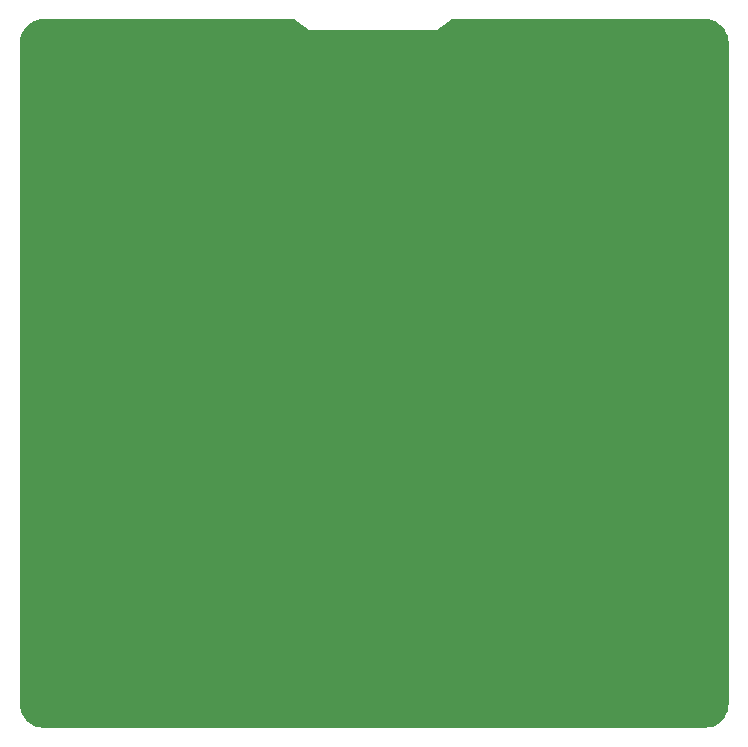
<source format=gbr>
%TF.GenerationSoftware,KiCad,Pcbnew,7.0.7*%
%TF.CreationDate,2024-02-27T15:57:00-08:00*%
%TF.ProjectId,cpu_board,6370755f-626f-4617-9264-2e6b69636164,rev?*%
%TF.SameCoordinates,Original*%
%TF.FileFunction,Soldermask,Bot*%
%TF.FilePolarity,Negative*%
%FSLAX46Y46*%
G04 Gerber Fmt 4.6, Leading zero omitted, Abs format (unit mm)*
G04 Created by KiCad (PCBNEW 7.0.7) date 2024-02-27 15:57:00*
%MOMM*%
%LPD*%
G01*
G04 APERTURE LIST*
G04 Aperture macros list*
%AMRoundRect*
0 Rectangle with rounded corners*
0 $1 Rounding radius*
0 $2 $3 $4 $5 $6 $7 $8 $9 X,Y pos of 4 corners*
0 Add a 4 corners polygon primitive as box body*
4,1,4,$2,$3,$4,$5,$6,$7,$8,$9,$2,$3,0*
0 Add four circle primitives for the rounded corners*
1,1,$1+$1,$2,$3*
1,1,$1+$1,$4,$5*
1,1,$1+$1,$6,$7*
1,1,$1+$1,$8,$9*
0 Add four rect primitives between the rounded corners*
20,1,$1+$1,$2,$3,$4,$5,0*
20,1,$1+$1,$4,$5,$6,$7,0*
20,1,$1+$1,$6,$7,$8,$9,0*
20,1,$1+$1,$8,$9,$2,$3,0*%
%AMRotRect*
0 Rectangle, with rotation*
0 The origin of the aperture is its center*
0 $1 length*
0 $2 width*
0 $3 Rotation angle, in degrees counterclockwise*
0 Add horizontal line*
21,1,$1,$2,0,0,$3*%
G04 Aperture macros list end*
%ADD10C,0.010000*%
%ADD11C,4.700000*%
%ADD12R,1.308000X1.308000*%
%ADD13C,1.308000*%
%ADD14C,0.650000*%
%ADD15O,1.000000X2.100000*%
%ADD16O,1.000000X1.600000*%
%ADD17R,1.700000X1.700000*%
%ADD18O,1.700000X1.700000*%
%ADD19R,0.250000X0.350000*%
%ADD20RotRect,0.250000X0.350000X135.000000*%
%ADD21R,0.600000X0.700000*%
%ADD22R,1.000000X1.000000*%
%ADD23R,0.700000X0.600000*%
%ADD24R,0.350000X0.250000*%
%ADD25RotRect,0.600000X0.700000X225.000000*%
%ADD26RotRect,0.250000X0.350000X225.000000*%
%ADD27RotRect,0.250000X0.350000X45.000000*%
%ADD28R,0.230000X0.660000*%
%ADD29R,0.350000X0.660000*%
%ADD30RoundRect,0.225000X0.250000X-0.225000X0.250000X0.225000X-0.250000X0.225000X-0.250000X-0.225000X0*%
%ADD31RotRect,0.250000X0.350000X315.000000*%
%ADD32RoundRect,0.225000X-0.225000X-0.250000X0.225000X-0.250000X0.225000X0.250000X-0.225000X0.250000X0*%
G04 APERTURE END LIST*
%TO.C,J8*%
D10*
X59331000Y-39910000D02*
X58489000Y-39910000D01*
X58489000Y-37018000D01*
X59331000Y-37018000D01*
X59331000Y-39910000D01*
G36*
X59331000Y-39910000D02*
G01*
X58489000Y-39910000D01*
X58489000Y-37018000D01*
X59331000Y-37018000D01*
X59331000Y-39910000D01*
G37*
X59331000Y-35846000D02*
X58489000Y-35846000D01*
X58489000Y-32954000D01*
X59331000Y-32954000D01*
X59331000Y-35846000D01*
G36*
X59331000Y-35846000D02*
G01*
X58489000Y-35846000D01*
X58489000Y-32954000D01*
X59331000Y-32954000D01*
X59331000Y-35846000D01*
G37*
X58061000Y-39910000D02*
X57219000Y-39910000D01*
X57219000Y-37018000D01*
X58061000Y-37018000D01*
X58061000Y-39910000D01*
G36*
X58061000Y-39910000D02*
G01*
X57219000Y-39910000D01*
X57219000Y-37018000D01*
X58061000Y-37018000D01*
X58061000Y-39910000D01*
G37*
X58061000Y-35846000D02*
X57219000Y-35846000D01*
X57219000Y-32954000D01*
X58061000Y-32954000D01*
X58061000Y-35846000D01*
G36*
X58061000Y-35846000D02*
G01*
X57219000Y-35846000D01*
X57219000Y-32954000D01*
X58061000Y-32954000D01*
X58061000Y-35846000D01*
G37*
X56791000Y-39910000D02*
X55949000Y-39910000D01*
X55949000Y-37018000D01*
X56791000Y-37018000D01*
X56791000Y-39910000D01*
G36*
X56791000Y-39910000D02*
G01*
X55949000Y-39910000D01*
X55949000Y-37018000D01*
X56791000Y-37018000D01*
X56791000Y-39910000D01*
G37*
X56791000Y-35846000D02*
X55949000Y-35846000D01*
X55949000Y-32954000D01*
X56791000Y-32954000D01*
X56791000Y-35846000D01*
G36*
X56791000Y-35846000D02*
G01*
X55949000Y-35846000D01*
X55949000Y-32954000D01*
X56791000Y-32954000D01*
X56791000Y-35846000D01*
G37*
X55521000Y-39910000D02*
X54679000Y-39910000D01*
X54679000Y-37018000D01*
X55521000Y-37018000D01*
X55521000Y-39910000D01*
G36*
X55521000Y-39910000D02*
G01*
X54679000Y-39910000D01*
X54679000Y-37018000D01*
X55521000Y-37018000D01*
X55521000Y-39910000D01*
G37*
X55521000Y-35846000D02*
X54679000Y-35846000D01*
X54679000Y-32954000D01*
X55521000Y-32954000D01*
X55521000Y-35846000D01*
G36*
X55521000Y-35846000D02*
G01*
X54679000Y-35846000D01*
X54679000Y-32954000D01*
X55521000Y-32954000D01*
X55521000Y-35846000D01*
G37*
X54251000Y-39910000D02*
X53409000Y-39910000D01*
X53409000Y-37018000D01*
X54251000Y-37018000D01*
X54251000Y-39910000D01*
G36*
X54251000Y-39910000D02*
G01*
X53409000Y-39910000D01*
X53409000Y-37018000D01*
X54251000Y-37018000D01*
X54251000Y-39910000D01*
G37*
X54251000Y-35846000D02*
X53409000Y-35846000D01*
X53409000Y-32954000D01*
X54251000Y-32954000D01*
X54251000Y-35846000D01*
G36*
X54251000Y-35846000D02*
G01*
X53409000Y-35846000D01*
X53409000Y-32954000D01*
X54251000Y-32954000D01*
X54251000Y-35846000D01*
G37*
%TD*%
D11*
%TO.C,H2*%
X3000000Y-3000000D03*
%TD*%
D12*
%TO.C,J4*%
X3940000Y-38545500D03*
D13*
X3940000Y-40545500D03*
X3940000Y-42545500D03*
X3940000Y-44545500D03*
X3940000Y-46545500D03*
X3940000Y-48545500D03*
%TD*%
D14*
%TO.C,J1*%
X32777500Y-6444000D03*
X26997500Y-6444000D03*
D15*
X34207500Y-6944000D03*
D16*
X34207500Y-2794000D03*
D15*
X25567500Y-6944000D03*
D16*
X25567500Y-2794000D03*
%TD*%
D11*
%TO.C,H1*%
X57000000Y-3000000D03*
%TD*%
%TO.C,H3*%
X3000000Y-57000000D03*
%TD*%
%TO.C,H4*%
X57000000Y-57000000D03*
%TD*%
D17*
%TO.C,J5*%
X8540000Y-3990000D03*
D18*
X11080000Y-3990000D03*
X13620000Y-3990000D03*
X16160000Y-3990000D03*
X18700000Y-3990000D03*
X21240000Y-3990000D03*
%TD*%
D12*
%TO.C,J2*%
X56680000Y-20270000D03*
D13*
X56680000Y-18270000D03*
X56680000Y-16270000D03*
X56680000Y-14270000D03*
X56680000Y-12270000D03*
X56680000Y-10270000D03*
%TD*%
D19*
%TO.C,C46*%
X32975000Y-31200000D03*
X33525000Y-31200000D03*
%TD*%
%TO.C,C73*%
X14845000Y-35490000D03*
X14295000Y-35490000D03*
%TD*%
%TO.C,C13*%
X30925000Y-30000000D03*
X31475000Y-30000000D03*
%TD*%
D20*
%TO.C,C14*%
X33924454Y-35524454D03*
X33535546Y-35135546D03*
%TD*%
D21*
%TO.C,C60*%
X36450000Y-26000000D03*
X37550000Y-26000000D03*
%TD*%
D22*
%TO.C,TP2*%
X39500000Y-35400000D03*
%TD*%
D23*
%TO.C,C11*%
X49700000Y-2900000D03*
X49700000Y-1800000D03*
%TD*%
D19*
%TO.C,C44*%
X32975000Y-32000000D03*
X33525000Y-32000000D03*
%TD*%
D21*
%TO.C,FB2*%
X38435000Y-31150000D03*
X37335000Y-31150000D03*
%TD*%
D24*
%TO.C,C75*%
X13580000Y-37605000D03*
X13580000Y-38155000D03*
%TD*%
D21*
%TO.C,FB1*%
X37320000Y-30020000D03*
X38420000Y-30020000D03*
%TD*%
D24*
%TO.C,C59*%
X32400000Y-28275000D03*
X32400000Y-27725000D03*
%TD*%
D21*
%TO.C,C68*%
X16650000Y-41360000D03*
X17750000Y-41360000D03*
%TD*%
D25*
%TO.C,R26*%
X22374264Y-30365736D03*
X21596447Y-31143553D03*
%TD*%
D24*
%TO.C,C71*%
X14560000Y-38195000D03*
X14560000Y-38745000D03*
%TD*%
D19*
%TO.C,C48*%
X28395000Y-26420000D03*
X28945000Y-26420000D03*
%TD*%
D24*
%TO.C,C3*%
X32450000Y-37275000D03*
X32450000Y-36725000D03*
%TD*%
D21*
%TO.C,FB3*%
X38400000Y-27300000D03*
X37300000Y-27300000D03*
%TD*%
D24*
%TO.C,C43*%
X37350000Y-32425000D03*
X37350000Y-32975000D03*
%TD*%
%TO.C,C49*%
X34000000Y-25875000D03*
X34000000Y-25325000D03*
%TD*%
D21*
%TO.C,C69*%
X16750000Y-40090000D03*
X17750000Y-40090000D03*
%TD*%
D24*
%TO.C,C25*%
X31525000Y-36705000D03*
X31525000Y-37255000D03*
%TD*%
D26*
%TO.C,C23*%
X31604454Y-33995546D03*
X31215546Y-34384454D03*
%TD*%
D24*
%TO.C,C72*%
X10090000Y-39075000D03*
X10090000Y-39625000D03*
%TD*%
D19*
%TO.C,C54*%
X27725000Y-29600000D03*
X28275000Y-29600000D03*
%TD*%
D24*
%TO.C,C74*%
X8590000Y-34405000D03*
X8590000Y-34955000D03*
%TD*%
%TO.C,C8*%
X34000000Y-36500000D03*
X34000000Y-37050000D03*
%TD*%
D26*
%TO.C,C42*%
X33144454Y-30055546D03*
X32755546Y-30444454D03*
%TD*%
D19*
%TO.C,C40*%
X35650000Y-28550000D03*
X35100000Y-28550000D03*
%TD*%
D27*
%TO.C,C41*%
X33305546Y-29894454D03*
X33694454Y-29505546D03*
%TD*%
D24*
%TO.C,C47*%
X32400000Y-25875000D03*
X32400000Y-25325000D03*
%TD*%
D22*
%TO.C,TP1*%
X39500000Y-37400000D03*
%TD*%
D20*
%TO.C,C56*%
X29998908Y-27598908D03*
X29610000Y-27210000D03*
%TD*%
D24*
%TO.C,C61*%
X35600000Y-26025000D03*
X35600000Y-26575000D03*
%TD*%
D23*
%TO.C,R24*%
X22350000Y-33300000D03*
X22350000Y-34400000D03*
%TD*%
D26*
%TO.C,C26*%
X31544454Y-33255546D03*
X31155546Y-33644454D03*
%TD*%
D24*
%TO.C,C70*%
X12500000Y-39065000D03*
X12500000Y-39615000D03*
%TD*%
%TO.C,C51*%
X28400000Y-27725000D03*
X28400000Y-28275000D03*
%TD*%
D28*
%TO.C,J7*%
X27800000Y-57355000D03*
X27800000Y-54645000D03*
X27400000Y-57355000D03*
X27400000Y-54645000D03*
X27000000Y-57355000D03*
X27000000Y-54645000D03*
X26600000Y-57355000D03*
X26600000Y-54645000D03*
X26200000Y-57355000D03*
X26200000Y-54645000D03*
X25800000Y-57355000D03*
X25800000Y-54645000D03*
X25400000Y-57355000D03*
X25400000Y-54645000D03*
X25000000Y-57355000D03*
X25000000Y-54645000D03*
X24600000Y-57355000D03*
X24600000Y-54645000D03*
X24200000Y-57355000D03*
X24200000Y-54645000D03*
X23800000Y-57355000D03*
X23800000Y-54645000D03*
X23400000Y-57355000D03*
X23400000Y-54645000D03*
X23000000Y-57355000D03*
X23000000Y-54645000D03*
X22600000Y-57355000D03*
X22600000Y-54645000D03*
X22200000Y-57355000D03*
X22200000Y-54645000D03*
X21800000Y-57355000D03*
X21800000Y-54645000D03*
X21400000Y-57355000D03*
X21400000Y-54645000D03*
X21000000Y-57355000D03*
X21000000Y-54645000D03*
X20600000Y-57355000D03*
X20600000Y-54645000D03*
X20200000Y-57355000D03*
X20200000Y-54645000D03*
X19800000Y-57355000D03*
X19800000Y-54645000D03*
X19400000Y-57355000D03*
X19400000Y-54645000D03*
X19000000Y-57355000D03*
X19000000Y-54645000D03*
X18600000Y-57355000D03*
X18600000Y-54645000D03*
X18200000Y-57355000D03*
X18200000Y-54645000D03*
X17800000Y-57355000D03*
X17800000Y-54645000D03*
X17400000Y-57355000D03*
X17400000Y-54645000D03*
X17000000Y-57355000D03*
X17000000Y-54645000D03*
X16600000Y-57355000D03*
X16600000Y-54645000D03*
X16200000Y-57355000D03*
X16200000Y-54645000D03*
X15800000Y-57355000D03*
X15800000Y-54645000D03*
X15400000Y-57355000D03*
X15400000Y-54645000D03*
X15000000Y-57355000D03*
X15000000Y-54645000D03*
X14600000Y-57355000D03*
X14600000Y-54645000D03*
X14200000Y-57355000D03*
X14200000Y-54645000D03*
X13800000Y-57355000D03*
X13800000Y-54645000D03*
X13400000Y-57355000D03*
X13400000Y-54645000D03*
X13000000Y-57355000D03*
X13000000Y-54645000D03*
X12600000Y-57355000D03*
X12600000Y-54645000D03*
X12200000Y-57355000D03*
X12200000Y-54645000D03*
X11800000Y-57355000D03*
X11800000Y-54645000D03*
X11400000Y-57355000D03*
X11400000Y-54645000D03*
X11000000Y-57355000D03*
X11000000Y-54645000D03*
X10600000Y-57355000D03*
X10600000Y-54645000D03*
X10200000Y-57355000D03*
X10200000Y-54645000D03*
X9800000Y-57355000D03*
X9800000Y-54645000D03*
X9400000Y-57355000D03*
X9400000Y-54645000D03*
X9000000Y-57355000D03*
X9000000Y-54645000D03*
X8600000Y-57355000D03*
X8600000Y-54645000D03*
X8200000Y-57355000D03*
X8200000Y-54645000D03*
D29*
X28275000Y-57355000D03*
X28275000Y-54645000D03*
X7725000Y-57355000D03*
X7725000Y-54645000D03*
%TD*%
D24*
%TO.C,C53*%
X27600000Y-27625000D03*
X27600000Y-28175000D03*
%TD*%
%TO.C,C38*%
X34800000Y-30925000D03*
X34800000Y-31475000D03*
%TD*%
D28*
%TO.C,J6*%
X51800000Y-57355000D03*
X51800000Y-54645000D03*
X51400000Y-57355000D03*
X51400000Y-54645000D03*
X51000000Y-57355000D03*
X51000000Y-54645000D03*
X50600000Y-57355000D03*
X50600000Y-54645000D03*
X50200000Y-57355000D03*
X50200000Y-54645000D03*
X49800000Y-57355000D03*
X49800000Y-54645000D03*
X49400000Y-57355000D03*
X49400000Y-54645000D03*
X49000000Y-57355000D03*
X49000000Y-54645000D03*
X48600000Y-57355000D03*
X48600000Y-54645000D03*
X48200000Y-57355000D03*
X48200000Y-54645000D03*
X47800000Y-57355000D03*
X47800000Y-54645000D03*
X47400000Y-57355000D03*
X47400000Y-54645000D03*
X47000000Y-57355000D03*
X47000000Y-54645000D03*
X46600000Y-57355000D03*
X46600000Y-54645000D03*
X46200000Y-57355000D03*
X46200000Y-54645000D03*
X45800000Y-57355000D03*
X45800000Y-54645000D03*
X45400000Y-57355000D03*
X45400000Y-54645000D03*
X45000000Y-57355000D03*
X45000000Y-54645000D03*
X44600000Y-57355000D03*
X44600000Y-54645000D03*
X44200000Y-57355000D03*
X44200000Y-54645000D03*
X43800000Y-57355000D03*
X43800000Y-54645000D03*
X43400000Y-57355000D03*
X43400000Y-54645000D03*
X43000000Y-57355000D03*
X43000000Y-54645000D03*
X42600000Y-57355000D03*
X42600000Y-54645000D03*
X42200000Y-57355000D03*
X42200000Y-54645000D03*
X41800000Y-57355000D03*
X41800000Y-54645000D03*
X41400000Y-57355000D03*
X41400000Y-54645000D03*
X41000000Y-57355000D03*
X41000000Y-54645000D03*
X40600000Y-57355000D03*
X40600000Y-54645000D03*
X40200000Y-57355000D03*
X40200000Y-54645000D03*
X39800000Y-57355000D03*
X39800000Y-54645000D03*
X39400000Y-57355000D03*
X39400000Y-54645000D03*
X39000000Y-57355000D03*
X39000000Y-54645000D03*
X38600000Y-57355000D03*
X38600000Y-54645000D03*
X38200000Y-57355000D03*
X38200000Y-54645000D03*
X37800000Y-57355000D03*
X37800000Y-54645000D03*
X37400000Y-57355000D03*
X37400000Y-54645000D03*
X37000000Y-57355000D03*
X37000000Y-54645000D03*
X36600000Y-57355000D03*
X36600000Y-54645000D03*
X36200000Y-57355000D03*
X36200000Y-54645000D03*
X35800000Y-57355000D03*
X35800000Y-54645000D03*
X35400000Y-57355000D03*
X35400000Y-54645000D03*
X35000000Y-57355000D03*
X35000000Y-54645000D03*
X34600000Y-57355000D03*
X34600000Y-54645000D03*
X34200000Y-57355000D03*
X34200000Y-54645000D03*
X33800000Y-57355000D03*
X33800000Y-54645000D03*
X33400000Y-57355000D03*
X33400000Y-54645000D03*
X33000000Y-57355000D03*
X33000000Y-54645000D03*
X32600000Y-57355000D03*
X32600000Y-54645000D03*
X32200000Y-57355000D03*
X32200000Y-54645000D03*
D29*
X52275000Y-57355000D03*
X52275000Y-54645000D03*
X31725000Y-57355000D03*
X31725000Y-54645000D03*
%TD*%
D21*
%TO.C,R10*%
X26450000Y-36400000D03*
X27550000Y-36400000D03*
%TD*%
D23*
%TO.C,R8*%
X30000000Y-36350000D03*
X30000000Y-37450000D03*
%TD*%
D19*
%TO.C,C58*%
X32275000Y-29200000D03*
X31725000Y-29200000D03*
%TD*%
D26*
%TO.C,C5*%
X22894454Y-31455546D03*
X22505546Y-31844454D03*
%TD*%
D24*
%TO.C,C45*%
X28400000Y-34125000D03*
X28400000Y-34675000D03*
%TD*%
D30*
%TO.C,C4*%
X30000000Y-29995000D03*
X30000000Y-28445000D03*
%TD*%
D19*
%TO.C,C6*%
X30925000Y-29200000D03*
X31475000Y-29200000D03*
%TD*%
%TO.C,C10*%
X29075000Y-29200000D03*
X28525000Y-29200000D03*
%TD*%
D24*
%TO.C,R3*%
X30800000Y-28275000D03*
X30800000Y-27725000D03*
%TD*%
D26*
%TO.C,C12*%
X30554454Y-30845546D03*
X30165546Y-31234454D03*
%TD*%
D24*
%TO.C,C50*%
X33200000Y-28275000D03*
X33200000Y-27725000D03*
%TD*%
%TO.C,C34*%
X31600000Y-32405000D03*
X31600000Y-31855000D03*
%TD*%
D19*
%TO.C,C17*%
X30925000Y-30800000D03*
X31475000Y-30800000D03*
%TD*%
%TO.C,C22*%
X29075000Y-30000000D03*
X28525000Y-30000000D03*
%TD*%
D24*
%TO.C,C52*%
X27600000Y-30225000D03*
X27600000Y-30775000D03*
%TD*%
D31*
%TO.C,C15*%
X32480000Y-34080000D03*
X32868908Y-34468908D03*
%TD*%
D32*
%TO.C,C67*%
X16475000Y-42630000D03*
X18025000Y-42630000D03*
%TD*%
D24*
%TO.C,C9*%
X32450000Y-34955000D03*
X32450000Y-35505000D03*
%TD*%
G36*
X57995839Y6785D02*
G01*
X58280523Y-13574D01*
X58280594Y-13584D01*
X58559500Y-74255D01*
X58559569Y-74276D01*
X58827001Y-174022D01*
X58827066Y-174051D01*
X59077582Y-310842D01*
X59077642Y-310881D01*
X59306139Y-481932D01*
X59306193Y-481979D01*
X59508021Y-683807D01*
X59508068Y-683861D01*
X59679119Y-912358D01*
X59679158Y-912418D01*
X59815949Y-1162934D01*
X59815978Y-1162999D01*
X59915724Y-1430431D01*
X59915745Y-1430500D01*
X59976416Y-1709406D01*
X59976426Y-1709477D01*
X59996785Y-1994160D01*
X59996786Y-1994196D01*
X59996786Y-58000018D01*
X59996785Y-58000053D01*
X59976438Y-58284738D01*
X59976428Y-58284809D01*
X59915755Y-58563715D01*
X59915734Y-58563784D01*
X59815986Y-58831216D01*
X59815957Y-58831281D01*
X59679165Y-59081797D01*
X59679126Y-59081857D01*
X59508074Y-59310354D01*
X59508027Y-59310408D01*
X59306198Y-59512236D01*
X59306144Y-59512283D01*
X59077645Y-59683334D01*
X59077585Y-59683373D01*
X58827069Y-59820163D01*
X58827004Y-59820192D01*
X58559570Y-59919938D01*
X58559501Y-59919959D01*
X58280595Y-59980630D01*
X58280524Y-59980640D01*
X57995840Y-60000999D01*
X57995804Y-60001000D01*
X1994196Y-60006782D01*
X1994160Y-60006781D01*
X1709477Y-59986421D01*
X1709406Y-59986411D01*
X1430501Y-59925740D01*
X1430432Y-59925719D01*
X1162999Y-59825973D01*
X1162934Y-59825944D01*
X912419Y-59689153D01*
X912359Y-59689114D01*
X683862Y-59518063D01*
X683808Y-59518016D01*
X481980Y-59316188D01*
X481933Y-59316134D01*
X310882Y-59087637D01*
X310843Y-59087577D01*
X174052Y-58837062D01*
X174023Y-58836997D01*
X74277Y-58569564D01*
X74256Y-58569495D01*
X13584Y-58290585D01*
X13573Y-58290504D01*
X-999Y-58005820D01*
X-1000Y-58005795D01*
X-1000Y-1999982D01*
X-999Y-1999946D01*
X19360Y-1715262D01*
X19370Y-1715191D01*
X80040Y-1436286D01*
X80061Y-1436217D01*
X179807Y-1168784D01*
X179836Y-1168719D01*
X316626Y-918203D01*
X316665Y-918143D01*
X487716Y-689645D01*
X487763Y-689591D01*
X689591Y-487763D01*
X689645Y-487716D01*
X918143Y-316665D01*
X918203Y-316626D01*
X1168719Y-179836D01*
X1168784Y-179807D01*
X1436217Y-80061D01*
X1436286Y-80040D01*
X1715191Y-19370D01*
X1715262Y-19360D01*
X1999946Y999D01*
X1999982Y1000D01*
X23200154Y1000D01*
X23200448Y907D01*
X24480313Y-897996D01*
X35274683Y-897996D01*
X36564554Y908D01*
X36564846Y1000D01*
X57995804Y6786D01*
X57995839Y6785D01*
G37*
M02*

</source>
